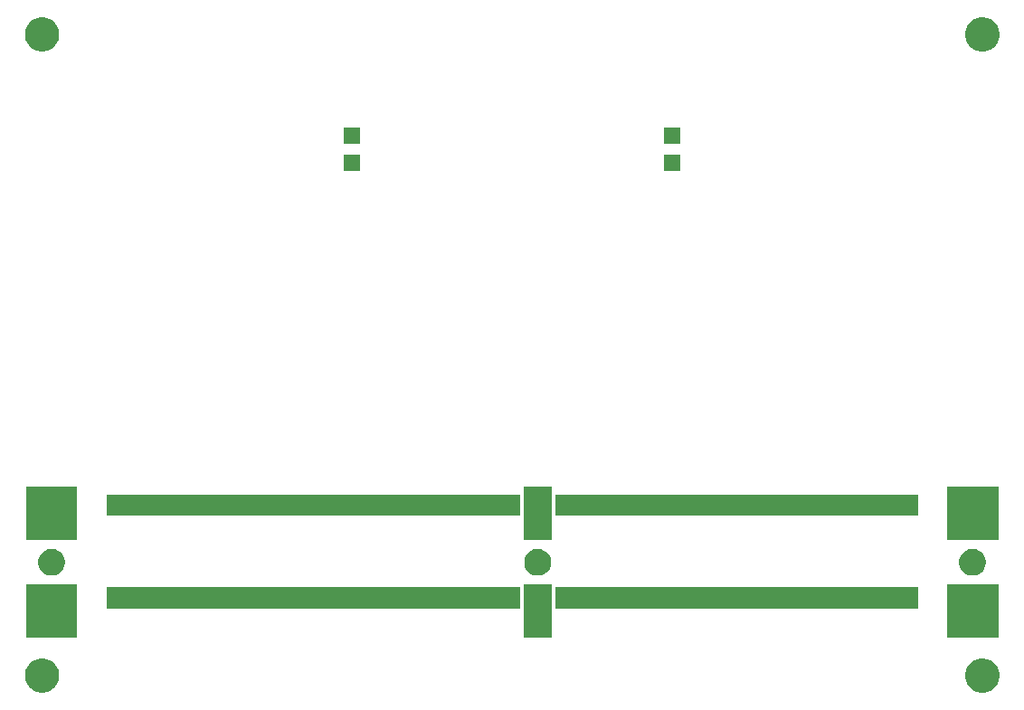
<source format=gbr>
G04 #@! TF.GenerationSoftware,KiCad,Pcbnew,5.0.2-bee76a0~70~ubuntu18.04.1*
G04 #@! TF.CreationDate,2020-04-30T09:19:53+02:00*
G04 #@! TF.ProjectId,ModulAdapter,4d6f6475-6c41-4646-9170-7465722e6b69,rev?*
G04 #@! TF.SameCoordinates,Original*
G04 #@! TF.FileFunction,Soldermask,Top*
G04 #@! TF.FilePolarity,Negative*
%FSLAX46Y46*%
G04 Gerber Fmt 4.6, Leading zero omitted, Abs format (unit mm)*
G04 Created by KiCad (PCBNEW 5.0.2-bee76a0~70~ubuntu18.04.1) date Do 30 Apr 2020 09:19:53 CEST*
%MOMM*%
%LPD*%
G01*
G04 APERTURE LIST*
%ADD10C,0.100000*%
G04 APERTURE END LIST*
D10*
G36*
X144466703Y-132461486D02*
X144757883Y-132582097D01*
X145019944Y-132757201D01*
X145242799Y-132980056D01*
X145417903Y-133242117D01*
X145538514Y-133533297D01*
X145600000Y-133842412D01*
X145600000Y-134157588D01*
X145538514Y-134466703D01*
X145417903Y-134757883D01*
X145242799Y-135019944D01*
X145019944Y-135242799D01*
X144757883Y-135417903D01*
X144466703Y-135538514D01*
X144157588Y-135600000D01*
X143842412Y-135600000D01*
X143533297Y-135538514D01*
X143242117Y-135417903D01*
X142980056Y-135242799D01*
X142757201Y-135019944D01*
X142582097Y-134757883D01*
X142461486Y-134466703D01*
X142400000Y-134157588D01*
X142400000Y-133842412D01*
X142461486Y-133533297D01*
X142582097Y-133242117D01*
X142757201Y-132980056D01*
X142980056Y-132757201D01*
X143242117Y-132582097D01*
X143533297Y-132461486D01*
X143842412Y-132400000D01*
X144157588Y-132400000D01*
X144466703Y-132461486D01*
X144466703Y-132461486D01*
G37*
G36*
X56466703Y-132461486D02*
X56757883Y-132582097D01*
X57019944Y-132757201D01*
X57242799Y-132980056D01*
X57417903Y-133242117D01*
X57538514Y-133533297D01*
X57600000Y-133842412D01*
X57600000Y-134157588D01*
X57538514Y-134466703D01*
X57417903Y-134757883D01*
X57242799Y-135019944D01*
X57019944Y-135242799D01*
X56757883Y-135417903D01*
X56466703Y-135538514D01*
X56157588Y-135600000D01*
X55842412Y-135600000D01*
X55533297Y-135538514D01*
X55242117Y-135417903D01*
X54980056Y-135242799D01*
X54757201Y-135019944D01*
X54582097Y-134757883D01*
X54461486Y-134466703D01*
X54400000Y-134157588D01*
X54400000Y-133842412D01*
X54461486Y-133533297D01*
X54582097Y-133242117D01*
X54757201Y-132980056D01*
X54980056Y-132757201D01*
X55242117Y-132582097D01*
X55533297Y-132461486D01*
X55842412Y-132400000D01*
X56157588Y-132400000D01*
X56466703Y-132461486D01*
X56466703Y-132461486D01*
G37*
G36*
X145500000Y-130490000D02*
X140700000Y-130490000D01*
X140700000Y-125490000D01*
X145500000Y-125490000D01*
X145500000Y-130490000D01*
X145500000Y-130490000D01*
G37*
G36*
X59300000Y-130490000D02*
X54500000Y-130490000D01*
X54500000Y-125490000D01*
X59300000Y-125490000D01*
X59300000Y-130490000D01*
X59300000Y-130490000D01*
G37*
G36*
X103700000Y-130490000D02*
X101100000Y-130490000D01*
X101100000Y-125490000D01*
X103700000Y-125490000D01*
X103700000Y-130490000D01*
X103700000Y-130490000D01*
G37*
G36*
X137975000Y-127750000D02*
X104025000Y-127750000D01*
X104025000Y-125750000D01*
X137975000Y-125750000D01*
X137975000Y-127750000D01*
X137975000Y-127750000D01*
G37*
G36*
X100775000Y-127750000D02*
X62025000Y-127750000D01*
X62025000Y-125750000D01*
X100775000Y-125750000D01*
X100775000Y-127750000D01*
X100775000Y-127750000D01*
G37*
G36*
X102764612Y-122198037D02*
X102992096Y-122292264D01*
X103196831Y-122429064D01*
X103370936Y-122603169D01*
X103507736Y-122807904D01*
X103601963Y-123035388D01*
X103650000Y-123276885D01*
X103650000Y-123523115D01*
X103601963Y-123764612D01*
X103507736Y-123992096D01*
X103370936Y-124196831D01*
X103196831Y-124370936D01*
X102992096Y-124507736D01*
X102764612Y-124601963D01*
X102523115Y-124650000D01*
X102276885Y-124650000D01*
X102035388Y-124601963D01*
X101807904Y-124507736D01*
X101603169Y-124370936D01*
X101429064Y-124196831D01*
X101292264Y-123992096D01*
X101198037Y-123764612D01*
X101150000Y-123523115D01*
X101150000Y-123276885D01*
X101198037Y-123035388D01*
X101292264Y-122807904D01*
X101429064Y-122603169D01*
X101603169Y-122429064D01*
X101807904Y-122292264D01*
X102035388Y-122198037D01*
X102276885Y-122150000D01*
X102523115Y-122150000D01*
X102764612Y-122198037D01*
X102764612Y-122198037D01*
G37*
G36*
X143464612Y-122198037D02*
X143692096Y-122292264D01*
X143896831Y-122429064D01*
X144070936Y-122603169D01*
X144207736Y-122807904D01*
X144301963Y-123035388D01*
X144350000Y-123276885D01*
X144350000Y-123523115D01*
X144301963Y-123764612D01*
X144207736Y-123992096D01*
X144070936Y-124196831D01*
X143896831Y-124370936D01*
X143692096Y-124507736D01*
X143464612Y-124601963D01*
X143223115Y-124650000D01*
X142976885Y-124650000D01*
X142735388Y-124601963D01*
X142507904Y-124507736D01*
X142303169Y-124370936D01*
X142129064Y-124196831D01*
X141992264Y-123992096D01*
X141898037Y-123764612D01*
X141850000Y-123523115D01*
X141850000Y-123276885D01*
X141898037Y-123035388D01*
X141992264Y-122807904D01*
X142129064Y-122603169D01*
X142303169Y-122429064D01*
X142507904Y-122292264D01*
X142735388Y-122198037D01*
X142976885Y-122150000D01*
X143223115Y-122150000D01*
X143464612Y-122198037D01*
X143464612Y-122198037D01*
G37*
G36*
X57264612Y-122198037D02*
X57492096Y-122292264D01*
X57696831Y-122429064D01*
X57870936Y-122603169D01*
X58007736Y-122807904D01*
X58101963Y-123035388D01*
X58150000Y-123276885D01*
X58150000Y-123523115D01*
X58101963Y-123764612D01*
X58007736Y-123992096D01*
X57870936Y-124196831D01*
X57696831Y-124370936D01*
X57492096Y-124507736D01*
X57264612Y-124601963D01*
X57023115Y-124650000D01*
X56776885Y-124650000D01*
X56535388Y-124601963D01*
X56307904Y-124507736D01*
X56103169Y-124370936D01*
X55929064Y-124196831D01*
X55792264Y-123992096D01*
X55698037Y-123764612D01*
X55650000Y-123523115D01*
X55650000Y-123276885D01*
X55698037Y-123035388D01*
X55792264Y-122807904D01*
X55929064Y-122603169D01*
X56103169Y-122429064D01*
X56307904Y-122292264D01*
X56535388Y-122198037D01*
X56776885Y-122150000D01*
X57023115Y-122150000D01*
X57264612Y-122198037D01*
X57264612Y-122198037D01*
G37*
G36*
X59300000Y-121310000D02*
X54500000Y-121310000D01*
X54500000Y-116310000D01*
X59300000Y-116310000D01*
X59300000Y-121310000D01*
X59300000Y-121310000D01*
G37*
G36*
X145500000Y-121310000D02*
X140700000Y-121310000D01*
X140700000Y-116310000D01*
X145500000Y-116310000D01*
X145500000Y-121310000D01*
X145500000Y-121310000D01*
G37*
G36*
X103700000Y-121310000D02*
X101100000Y-121310000D01*
X101100000Y-116310000D01*
X103700000Y-116310000D01*
X103700000Y-121310000D01*
X103700000Y-121310000D01*
G37*
G36*
X100775000Y-119050000D02*
X62025000Y-119050000D01*
X62025000Y-117050000D01*
X100775000Y-117050000D01*
X100775000Y-119050000D01*
X100775000Y-119050000D01*
G37*
G36*
X137975000Y-119050000D02*
X104025000Y-119050000D01*
X104025000Y-117050000D01*
X137975000Y-117050000D01*
X137975000Y-119050000D01*
X137975000Y-119050000D01*
G37*
G36*
X85764570Y-86780570D02*
X84263430Y-86780570D01*
X84263430Y-85279430D01*
X85764570Y-85279430D01*
X85764570Y-86780570D01*
X85764570Y-86780570D01*
G37*
G36*
X115736570Y-86780570D02*
X114235430Y-86780570D01*
X114235430Y-85279430D01*
X115736570Y-85279430D01*
X115736570Y-86780570D01*
X115736570Y-86780570D01*
G37*
G36*
X115736570Y-84240570D02*
X114235430Y-84240570D01*
X114235430Y-82739430D01*
X115736570Y-82739430D01*
X115736570Y-84240570D01*
X115736570Y-84240570D01*
G37*
G36*
X85764570Y-84240570D02*
X84263430Y-84240570D01*
X84263430Y-82739430D01*
X85764570Y-82739430D01*
X85764570Y-84240570D01*
X85764570Y-84240570D01*
G37*
G36*
X56466703Y-72461486D02*
X56757883Y-72582097D01*
X57019944Y-72757201D01*
X57242799Y-72980056D01*
X57417903Y-73242117D01*
X57538514Y-73533297D01*
X57600000Y-73842412D01*
X57600000Y-74157588D01*
X57538514Y-74466703D01*
X57417903Y-74757883D01*
X57242799Y-75019944D01*
X57019944Y-75242799D01*
X56757883Y-75417903D01*
X56466703Y-75538514D01*
X56157588Y-75600000D01*
X55842412Y-75600000D01*
X55533297Y-75538514D01*
X55242117Y-75417903D01*
X54980056Y-75242799D01*
X54757201Y-75019944D01*
X54582097Y-74757883D01*
X54461486Y-74466703D01*
X54400000Y-74157588D01*
X54400000Y-73842412D01*
X54461486Y-73533297D01*
X54582097Y-73242117D01*
X54757201Y-72980056D01*
X54980056Y-72757201D01*
X55242117Y-72582097D01*
X55533297Y-72461486D01*
X55842412Y-72400000D01*
X56157588Y-72400000D01*
X56466703Y-72461486D01*
X56466703Y-72461486D01*
G37*
G36*
X144466703Y-72461486D02*
X144757883Y-72582097D01*
X145019944Y-72757201D01*
X145242799Y-72980056D01*
X145417903Y-73242117D01*
X145538514Y-73533297D01*
X145600000Y-73842412D01*
X145600000Y-74157588D01*
X145538514Y-74466703D01*
X145417903Y-74757883D01*
X145242799Y-75019944D01*
X145019944Y-75242799D01*
X144757883Y-75417903D01*
X144466703Y-75538514D01*
X144157588Y-75600000D01*
X143842412Y-75600000D01*
X143533297Y-75538514D01*
X143242117Y-75417903D01*
X142980056Y-75242799D01*
X142757201Y-75019944D01*
X142582097Y-74757883D01*
X142461486Y-74466703D01*
X142400000Y-74157588D01*
X142400000Y-73842412D01*
X142461486Y-73533297D01*
X142582097Y-73242117D01*
X142757201Y-72980056D01*
X142980056Y-72757201D01*
X143242117Y-72582097D01*
X143533297Y-72461486D01*
X143842412Y-72400000D01*
X144157588Y-72400000D01*
X144466703Y-72461486D01*
X144466703Y-72461486D01*
G37*
M02*

</source>
